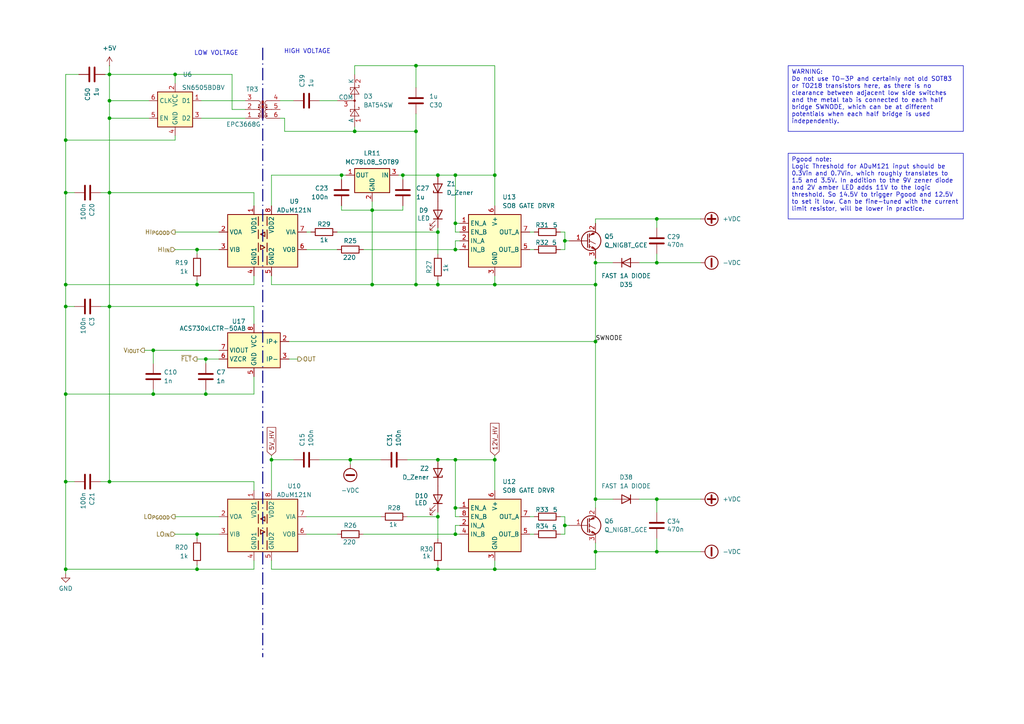
<source format=kicad_sch>
(kicad_sch (version 20231120) (generator "eeschema") (generator_version "8.0")
  (paper "A4")
  (lib_symbols
    (symbol "Device:C" (pin_numbers hide) (pin_names (offset 0.254))
      (property "Reference" "C" (at 0.635 2.54 0))
      (property "Value" "C" (at 0.635 -2.54 0))
      (symbol "C_0_1"
        (polyline (pts (xy -2.032 -0.762) (xy 2.032 -0.762)) (stroke (width 0.508)))
        (polyline (pts (xy -2.032 0.762) (xy 2.032 0.762)) (stroke (width 0.508)))
      )
      (symbol "C_1_1"
        (pin passive line (at 0 3.81 270) (length 2.794) (name "~") (number "1"))
        (pin passive line (at 0 -3.81 90) (length 2.794) (name "~") (number "2"))
      )
    )
    (symbol "Device:D_Zener" (pin_numbers hide) (pin_names (offset 1.016) hide)
      (property "Reference" "D" (at 0 2.54 0))
      (property "Value" "D_Zener" (at 0 -2.54 0))
      (symbol "D_Zener_0_1"
        (polyline (pts (xy 1.27 0) (xy -1.27 0)))
        (polyline (pts (xy -1.27 -1.27) (xy -1.27 1.27) (xy -0.762 1.27)) (stroke (width 0.254)))
        (polyline (pts (xy 1.27 -1.27) (xy 1.27 1.27) (xy -1.27 0) (xy 1.27 -1.27)) (stroke (width 0.254)))
      )
      (symbol "D_Zener_1_1"
        (pin passive line (at -3.81 0 0) (length 2.54) (name "K") (number "1"))
        (pin passive line (at 3.81 0 180) (length 2.54) (name "A") (number "2"))
      )
    )
    (symbol "Device:LED" (pin_numbers hide) (pin_names (offset 1.016) hide)
      (property "Reference" "D" (at 0 2.54 0))
      (property "Value" "LED" (at 0 -2.54 0))
      (symbol "LED_0_1"
        (polyline (pts (xy -1.27 -1.27) (xy -1.27 1.27)) (stroke (width 0.254)))
        (polyline (pts (xy -1.27 0) (xy 1.27 0)))
        (polyline (pts (xy 1.27 -1.27) (xy 1.27 1.27) (xy -1.27 0) (xy 1.27 -1.27)) (stroke (width 0.254)))
        (polyline (pts (xy -3.048 -0.762) (xy -4.572 -2.286) (xy -3.81 -2.286) (xy -4.572 -2.286) (xy -4.572 -1.524)))
        (polyline (pts (xy -1.778 -0.762) (xy -3.302 -2.286) (xy -2.54 -2.286) (xy -3.302 -2.286) (xy -3.302 -1.524)))
      )
      (symbol "LED_1_1"
        (pin passive line (at -3.81 0 0) (length 2.54) (name "K") (number "1"))
        (pin passive line (at 3.81 0 180) (length 2.54) (name "A") (number "2"))
      )
    )
    (symbol "Device:Q_NIGBT_GCE" (pin_names (offset 0) hide)
      (property "Reference" "Q" (at 5.08 1.27 0))
      (property "Value" "Q_NIGBT_GCE" (at 5.08 -1.27 0))
      (symbol "Q_NIGBT_GCE_0_1"
        (polyline (pts (xy 0.762 -1.016) (xy 0.762 -2.032)) (stroke (width 0.254)))
        (polyline (pts (xy 0.762 0.508) (xy 0.762 -0.508)) (stroke (width 0.254)))
        (polyline (pts (xy 0.762 2.032) (xy 0.762 1.016)) (stroke (width 0.254)))
        (polyline (pts (xy 2.54 -2.413) (xy 0.762 -1.524)))
        (polyline (pts (xy 2.54 -0.889) (xy 0.762 0)))
        (polyline (pts (xy 2.54 2.413) (xy 0.762 1.524)))
        (polyline (pts (xy 0.254 1.905) (xy 0.254 -1.905) (xy 0.254 -1.905)) (stroke (width 0.254)))
        (polyline (pts (xy 1.397 -2.159) (xy 1.651 -1.651) (xy 2.54 -2.413) (xy 1.397 -2.159)) (fill (type outline)))
        (polyline (pts (xy 2.159 1.905) (xy 1.905 2.413) (xy 1.016 1.651) (xy 2.159 1.905)) (fill (type outline)))
        (circle (center 1.27 0) (radius 2.8194) (stroke (width 0.254)))
      )
      (symbol "Q_NIGBT_GCE_1_1"
        (pin input line (at -5.08 0 0) (length 5.334) (name "G") (number "1"))
        (pin passive line (at 2.54 5.08 270) (length 2.54) (name "C") (number "2"))
        (pin passive line (at 2.54 -5.08 90) (length 2.54) (name "E") (number "3"))
      )
    )
    (symbol "Device:R" (pin_numbers hide) (pin_names (offset 0))
      (property "Reference" "R" (at 2.032 0 90))
      (property "Value" "R" (at 0 0 90))
      (symbol "R_0_1"
        (rectangle (start -1.016 -2.54) (end 1.016 2.54) (stroke (width 0.254)))
      )
      (symbol "R_1_1"
        (pin passive line (at 0 3.81 270) (length 1.27) (name "~") (number "1"))
        (pin passive line (at 0 -3.81 90) (length 1.27) (name "~") (number "2"))
      )
    )
    (symbol "Diode:1N4148WT" (pin_numbers hide) (pin_names hide)
      (property "Reference" "D" (at 0 2.54 0))
      (property "Value" "1N4148WT" (at 0 -2.54 0))
      (symbol "1N4148WT_0_1"
        (polyline (pts (xy -1.27 1.27) (xy -1.27 -1.27)) (stroke (width 0.254)))
        (polyline (pts (xy 1.27 0) (xy -1.27 0)))
        (polyline (pts (xy 1.27 1.27) (xy 1.27 -1.27) (xy -1.27 0) (xy 1.27 1.27)) (stroke (width 0.254)))
      )
      (symbol "1N4148WT_1_1"
        (pin passive line (at -3.81 0 0) (length 2.54) (name "K") (number "1"))
        (pin passive line (at 3.81 0 180) (length 2.54) (name "A") (number "2"))
      )
    )
    (symbol "Diode:BAT54SW" (pin_names (offset 0))
      (property "Reference" "D" (at 0.635 -3.81 0))
      (property "Value" "BAT54SW" (at -6.35 3.175 0))
      (symbol "BAT54SW_0_1"
        (polyline (pts (xy -3.81 0) (xy -1.27 0)))
        (polyline (pts (xy -3.175 -1.27) (xy -3.175 -1.016)))
        (polyline (pts (xy -2.54 -1.27) (xy -3.175 -1.27)))
        (polyline (pts (xy -2.54 -1.27) (xy -2.54 1.27)))
        (polyline (pts (xy -2.54 1.27) (xy -1.905 1.27)))
        (polyline (pts (xy -1.905 0) (xy 1.905 0)))
        (polyline (pts (xy -1.905 1.27) (xy -1.905 1.016)))
        (polyline (pts (xy 1.27 0) (xy 3.81 0)))
        (polyline (pts (xy 3.175 -1.27) (xy 3.175 -1.016)))
        (polyline (pts (xy 3.81 -1.27) (xy 3.175 -1.27)))
        (polyline (pts (xy 3.81 -1.27) (xy 3.81 1.27)))
        (polyline (pts (xy 3.81 1.27) (xy 4.445 1.27)))
        (polyline (pts (xy 4.445 1.27) (xy 4.445 1.016)))
        (polyline (pts (xy -4.445 1.27) (xy -4.445 -1.27) (xy -2.54 0) (xy -4.445 1.27)))
        (polyline (pts (xy 1.905 1.27) (xy 1.905 -1.27) (xy 3.81 0) (xy 1.905 1.27)))
        (circle (center 0 0) (radius 0.254) (fill (type outline)))
      )
      (symbol "BAT54SW_1_1"
        (pin passive line (at -7.62 0 0) (length 3.81) (name "A") (number "1"))
        (pin passive line (at 7.62 0 180) (length 3.81) (name "K") (number "2"))
        (pin passive line (at 0 -5.08 90) (length 5.08) (name "COM") (number "3"))
      )
    )
    (symbol "EL7202CN_1"
      (property "Reference" "U22" (at 2.1941 12.7 0))
      (property "Value" "EL7202CN" (at 2.1941 10.16 0))
      (symbol "EL7202CN_1_0_1"
        (rectangle (start -7.62 7.62) (end 7.62 -7.62) (stroke (width 0.254)) (fill (type background)))
      )
      (symbol "EL7202CN_1_1_1"
        (pin unspecified line (at -10.16 5.08 0) (length 2.54) (name "EN_A") (number "1"))
        (pin input line (at -10.16 0 0) (length 2.54) (name "IN_A") (number "2"))
        (pin power_in line (at 0 -10.16 90) (length 2.54) (name "GND") (number "3"))
        (pin input line (at -10.16 -2.54 0) (length 2.54) (name "IN_B") (number "4"))
        (pin output line (at 10.16 -2.54 180) (length 2.54) (name "OUT_B") (number "5"))
        (pin power_in line (at 0 10.16 270) (length 2.54) (name "V+") (number "6"))
        (pin output line (at 10.16 2.54 180) (length 2.54) (name "OUT_A") (number "7"))
        (pin unspecified line (at -10.16 2.54 0) (length 2.54) (name "EN_B") (number "8"))
      )
    )
    (symbol "Isolator:ADuM121N"
      (property "Reference" "U" (at -10.16 8.89 0))
      (property "Value" "ADuM121N" (at 3.81 8.89 0))
      (symbol "ADuM121N_0_1"
        (rectangle (start -10.16 7.62) (end 10.16 -7.62) (stroke (width 0.254)) (fill (type background)))
        (polyline (pts (xy -1.27 -4.445) (xy -1.27 -6.985)) (stroke (width 0.254)))
        (polyline (pts (xy -1.27 -0.635) (xy -1.27 -3.175)) (stroke (width 0.254)))
        (polyline (pts (xy -1.27 3.175) (xy -1.27 0.635)) (stroke (width 0.254)))
        (polyline (pts (xy -1.27 6.985) (xy -1.27 4.445)) (stroke (width 0.254)))
        (polyline (pts (xy 1.27 -4.445) (xy 1.27 -6.985)) (stroke (width 0.254)))
        (polyline (pts (xy 1.27 -0.635) (xy 1.27 -3.175)) (stroke (width 0.254)))
        (polyline (pts (xy 1.27 3.175) (xy 1.27 0.635)) (stroke (width 0.254)))
        (polyline (pts (xy 1.27 6.985) (xy 1.27 4.445)) (stroke (width 0.254)))
        (polyline (pts (xy -0.635 -1.27) (xy -0.635 -2.54) (xy 0.635 -1.905) (xy -0.635 -1.27)) (stroke (width 0.254)))
        (polyline (pts (xy 0.635 1.27) (xy -0.635 1.905) (xy 0.635 2.54) (xy 0.635 1.27)) (stroke (width 0.254)))
      )
      (symbol "ADuM121N_1_1"
        (pin power_in line (at -2.54 10.16 270) (length 2.54) (name "VDD1") (number "1"))
        (pin output line (at -12.7 2.54 0) (length 2.54) (name "VOA") (number "2"))
        (pin input line (at -12.7 -2.54 0) (length 2.54) (name "VIB") (number "3"))
        (pin power_in line (at -2.54 -10.16 90) (length 2.54) (name "GND1") (number "4"))
        (pin power_in line (at 2.54 -10.16 90) (length 2.54) (name "GND2") (number "5"))
        (pin output line (at 12.7 -2.54 180) (length 2.54) (name "VOB") (number "6"))
        (pin input line (at 12.7 2.54 180) (length 2.54) (name "VIA") (number "7"))
        (pin power_in line (at 2.54 10.16 270) (length 2.54) (name "VDD2") (number "8"))
      )
    )
    (symbol "Power_Management:SN6505BDBV"
      (property "Reference" "U" (at -5.08 6.35 0))
      (property "Value" "SN6505BDBV" (at 7.62 6.35 0))
      (symbol "SN6505BDBV_0_1"
        (rectangle (start -5.08 5.08) (end 5.08 -5.08) (stroke (width 0.254)) (fill (type background)))
      )
      (symbol "SN6505BDBV_1_1"
        (pin open_collector line (at 7.62 2.54 180) (length 2.54) (name "D1") (number "1"))
        (pin power_in line (at 0 7.62 270) (length 2.54) (name "VCC") (number "2"))
        (pin open_collector line (at 7.62 -2.54 180) (length 2.54) (name "D2") (number "3"))
        (pin power_in line (at 0 -7.62 90) (length 2.54) (name "GND") (number "4"))
        (pin input line (at -7.62 -2.54 0) (length 2.54) (name "EN") (number "5"))
        (pin input line (at -7.62 2.54 0) (length 2.54) (name "CLK") (number "6"))
      )
    )
    (symbol "Regulator_Linear:MC78L08_SOT89" (pin_names (offset 0.254))
      (property "Reference" "U" (at -3.81 3.175 0))
      (property "Value" "MC78L08_SOT89" (at -0.635 3.175 0))
      (symbol "MC78L08_SOT89_0_1"
        (rectangle (start -5.08 1.905) (end 5.08 -5.08) (stroke (width 0.254)) (fill (type background)))
      )
      (symbol "MC78L08_SOT89_1_1"
        (pin power_out line (at 7.62 0 180) (length 2.54) (name "OUT") (number "1"))
        (pin power_in line (at 0 -7.62 90) (length 2.54) (name "GND") (number "2"))
        (pin power_in line (at -7.62 0 0) (length 2.54) (name "IN") (number "3"))
      )
    )
    (symbol "Sensor_Current:ACS730xLCTR-50AB"
      (property "Reference" "U" (at -7.62 6.35 0))
      (property "Value" "ACS730xLCTR-50AB" (at 1.27 6.35 0))
      (symbol "ACS730xLCTR-50AB_0_1"
        (rectangle (start -7.62 5.08) (end 7.62 -5.08) (stroke (width 0.254)) (fill (type background)))
      )
      (symbol "ACS730xLCTR-50AB_1_1"
        (pin passive line (at -10.16 2.54 0) (length 2.54) hide (name "IP+") (number "1"))
        (pin passive line (at -10.16 2.54 0) (length 2.54) (name "IP+") (number "2"))
        (pin passive line (at -10.16 -2.54 0) (length 2.54) (name "IP-") (number "3"))
        (pin passive line (at -10.16 -2.54 0) (length 2.54) hide (name "IP-") (number "4"))
        (pin power_in line (at 0 -7.62 90) (length 2.54) (name "GND") (number "5"))
        (pin passive line (at 10.16 -2.54 180) (length 2.54) (name "VZCR") (number "6"))
        (pin output line (at 10.16 0 180) (length 2.54) (name "VIOUT") (number "7"))
        (pin power_in line (at 0 7.62 270) (length 2.54) (name "VCC") (number "8"))
      )
    )
    (symbol "Transformer:Wuerth_750315371"
      (property "Reference" "TR" (at 0 5.08 0))
      (property "Value" "Wuerth_750315371" (at 0 -5.08 0))
      (symbol "Wuerth_750315371_0_1"
        (arc (start -1.27 -2.54) (mid -0.6377 -1.905) (end -1.27 -1.27))
        (arc (start -1.27 -1.27) (mid -0.6377 -0.635) (end -1.27 0))
        (rectangle (start -0.254 2.54) (end 0.254 -2.54) (stroke (width 0.0254)) (fill (type outline)))
        (polyline (pts (xy -2.54 -2.54) (xy -1.27 -2.54)))
        (polyline (pts (xy -2.54 0) (xy -1.27 0)))
        (polyline (pts (xy -2.54 2.54) (xy -1.27 2.54)))
        (polyline (pts (xy 1.27 -2.54) (xy 2.54 -2.54)))
        (polyline (pts (xy 1.27 0) (xy 2.54 0)))
        (polyline (pts (xy 1.27 2.54) (xy 2.54 2.54)))
      )
      (symbol "Wuerth_750315371_1_1"
        (arc (start -1.27 0) (mid -0.6377 0.635) (end -1.27 1.27))
        (arc (start -1.27 1.27) (mid -0.6377 1.905) (end -1.27 2.54))
        (circle (center -1.143 -0.635) (radius 0.127) (stroke (width 0.254)))
        (circle (center -1.143 1.905) (radius 0.127) (stroke (width 0.254)))
        (circle (center 1.143 -0.635) (radius 0.127) (stroke (width 0.254)))
        (circle (center 1.143 1.905) (radius 0.127) (stroke (width 0.254)))
        (arc (start 1.27 -1.27) (mid 0.6377 -1.905) (end 1.27 -2.54))
        (arc (start 1.27 0) (mid 0.6377 -0.635) (end 1.27 -1.27))
        (arc (start 1.27 1.27) (mid 0.6377 0.635) (end 1.27 0))
        (arc (start 1.27 2.54) (mid 0.6377 1.905) (end 1.27 1.27))
        (pin passive line (at -5.08 2.54 0) (length 2.54) (name "~") (number "1"))
        (pin passive line (at -5.08 0 0) (length 2.54) (name "~") (number "2"))
        (pin passive line (at -5.08 -2.54 0) (length 2.54) (name "~") (number "3"))
        (pin passive line (at 5.08 -2.54 180) (length 2.54) (name "~") (number "4"))
        (pin passive line (at 5.08 0 180) (length 2.54) (name "~") (number "5"))
        (pin passive line (at 5.08 2.54 180) (length 2.54) (name "~") (number "6"))
      )
    )
    (symbol "power:+5V" (power) (pin_numbers hide) (pin_names (offset 0) hide)
      (property "Value" "+5V" (at 0 3.556 0))
      (symbol "+5V_0_1"
        (polyline (pts (xy -0.762 1.27) (xy 0 2.54)))
        (polyline (pts (xy 0 0) (xy 0 2.54)))
        (polyline (pts (xy 0 2.54) (xy 0.762 1.27)))
      )
      (symbol "+5V_1_1"
        (pin power_in line (at 0 0 90) (length 0) (name "~") (number "1"))
      )
    )
    (symbol "power:+VDC" (power) (pin_numbers hide) (pin_names (offset 0) hide)
      (property "Value" "+VDC" (at 0 6.35 0))
      (symbol "+VDC_0_1"
        (polyline (pts (xy -1.143 3.175) (xy 1.143 3.175)) (stroke (width 0.508)))
        (polyline (pts (xy 0 0) (xy 0 1.27)))
        (polyline (pts (xy 0 2.032) (xy 0 4.318)) (stroke (width 0.508)))
        (circle (center 0 3.175) (radius 1.905) (stroke (width 0.254)))
      )
      (symbol "+VDC_1_1"
        (pin power_in line (at 0 0 90) (length 0) (name "~") (number "1"))
      )
    )
    (symbol "power:-VDC" (power) (pin_numbers hide) (pin_names (offset 0) hide)
      (property "Value" "-VDC" (at 0 6.35 0))
      (symbol "-VDC_0_1"
        (polyline (pts (xy -1.143 3.175) (xy 1.143 3.175)) (stroke (width 0.508)))
        (polyline (pts (xy 0 0) (xy 0 1.27)))
        (circle (center 0 3.175) (radius 1.905) (stroke (width 0.254)))
      )
      (symbol "-VDC_1_1"
        (pin power_in line (at 0 0 90) (length 0) (name "~") (number "1"))
      )
    )
    (symbol "power:GND" (power) (pin_numbers hide) (pin_names (offset 0) hide)
      (property "Value" "GND" (at 0 -3.81 0))
      (symbol "GND_0_1"
        (polyline (pts (xy 0 0) (xy 0 -1.27) (xy 1.27 -1.27) (xy 0 -2.54) (xy -1.27 -1.27) (xy 0 -1.27)))
      )
      (symbol "GND_1_1"
        (pin power_in line (at 0 0 270) (length 0) (name "~") (number "1"))
      )
    )
  )
  (junction (at 143.51 82.55))
  (junction (at 132.08 154.94))
  (junction (at 19.05 165.1))
  (junction (at 127 50.8))
  (junction (at 31.75 139.7))
  (junction (at 127 67.31))
  (junction (at 50.8 21.59))
  (junction (at 31.75 55.88))
  (junction (at 132.08 72.39))
  (junction (at 132.08 64.77))
  (junction (at 172.72 160.02))
  (junction (at 31.75 29.21))
  (junction (at 19.05 88.9))
  (junction (at 57.15 82.55))
  (junction (at 163.83 152.4))
  (junction (at 19.05 139.7))
  (junction (at 31.75 21.59))
  (junction (at 107.95 82.55))
  (junction (at 132.08 50.8))
  (junction (at 19.05 82.55))
  (junction (at 101.6 133.35))
  (junction (at 44.45 114.3))
  (junction (at 31.75 88.9))
  (junction (at 19.05 114.3))
  (junction (at 172.72 82.55))
  (junction (at 127 165.1))
  (junction (at 127 133.35))
  (junction (at 116.84 50.8))
  (junction (at 107.95 60.96))
  (junction (at 57.15 165.1))
  (junction (at 172.72 144.78))
  (junction (at 163.83 69.85))
  (junction (at 57.15 72.39))
  (junction (at 78.74 133.35))
  (junction (at 190.5 144.78))
  (junction (at 44.45 101.6))
  (junction (at 172.72 76.2))
  (junction (at 127 82.55))
  (junction (at 31.75 34.29))
  (junction (at 190.5 76.2))
  (junction (at 120.65 82.55))
  (junction (at 132.08 133.35))
  (junction (at 172.72 99.06))
  (junction (at 57.15 154.94))
  (junction (at 127 149.86))
  (junction (at 59.69 104.14))
  (junction (at 190.5 63.5))
  (junction (at 120.65 19.05))
  (junction (at 143.51 50.8))
  (junction (at 120.65 38.1))
  (junction (at 99.06 50.8))
  (junction (at 102.87 38.1))
  (junction (at 143.51 133.35))
  (junction (at 190.5 160.02))
  (junction (at 143.51 165.1))
  (junction (at 19.05 40.64))
  (junction (at 19.05 55.88))
  (junction (at 59.69 114.3))
  (junction (at 132.08 147.32))
  (wire (pts (xy 132.08 64.77) (xy 133.35 64.77)))
  (wire (pts (xy 102.87 38.1) (xy 82.55 38.1)))
  (wire (pts (xy 31.75 29.21) (xy 31.75 34.29)))
  (wire (pts (xy 86.36 104.14) (xy 83.82 104.14)))
  (wire (pts (xy 59.69 104.14) (xy 63.5 104.14)))
  (wire (pts (xy 102.87 19.05) (xy 120.65 19.05)))
  (wire (pts (xy 153.67 149.86) (xy 154.94 149.86)))
  (wire (pts (xy 57.15 104.14) (xy 59.69 104.14)))
  (wire (pts (xy 78.74 133.35) (xy 78.74 142.24)))
  (wire (pts (xy 88.9 154.94) (xy 97.79 154.94)))
  (wire (pts (xy 172.72 160.02) (xy 172.72 165.1)))
  (wire (pts (xy 83.82 99.06) (xy 172.72 99.06)))
  (wire (pts (xy 172.72 157.48) (xy 172.72 160.02)))
  (wire (pts (xy 190.5 63.5) (xy 203.2 63.5)))
  (wire (pts (xy 73.66 88.9) (xy 73.66 93.98)))
  (wire (pts (xy 19.05 139.7) (xy 19.05 165.1)))
  (wire (pts (xy 190.5 144.78) (xy 203.2 144.78)))
  (wire (pts (xy 190.5 66.04) (xy 190.5 63.5)))
  (wire (pts (xy 143.51 132.08) (xy 143.51 133.35)))
  (wire (pts (xy 21.59 139.7) (xy 19.05 139.7)))
  (wire (pts (xy 41.91 101.6) (xy 44.45 101.6)))
  (wire (pts (xy 132.08 147.32) (xy 132.08 149.86)))
  (wire (pts (xy 88.9 72.39) (xy 97.79 72.39)))
  (wire (pts (xy 57.15 72.39) (xy 63.5 72.39)))
  (wire (pts (xy 162.56 154.94) (xy 163.83 154.94)))
  (wire (pts (xy 102.87 36.83) (xy 102.87 38.1)))
  (wire (pts (xy 78.74 165.1) (xy 127 165.1)))
  (wire (pts (xy 19.05 55.88) (xy 19.05 40.64)))
  (wire (pts (xy 143.51 133.35) (xy 143.51 142.24)))
  (wire (pts (xy 31.75 34.29) (xy 31.75 55.88)))
  (wire (pts (xy 190.5 76.2) (xy 203.2 76.2)))
  (wire (pts (xy 19.05 88.9) (xy 21.59 88.9)))
  (wire (pts (xy 57.15 81.28) (xy 57.15 82.55)))
  (wire (pts (xy 101.6 134.62) (xy 101.6 133.35)))
  (wire (pts (xy 127 148.59) (xy 127 149.86)))
  (wire (pts (xy 92.71 133.35) (xy 101.6 133.35)))
  (wire (pts (xy 19.05 88.9) (xy 19.05 114.3)))
  (wire (pts (xy 153.67 72.39) (xy 154.94 72.39)))
  (wire (pts (xy 162.56 72.39) (xy 163.83 72.39)))
  (wire (pts (xy 19.05 21.59) (xy 22.86 21.59)))
  (wire (pts (xy 143.51 80.01) (xy 143.51 82.55)))
  (wire (pts (xy 67.31 21.59) (xy 50.8 21.59)))
  (wire (pts (xy 31.75 55.88) (xy 31.75 88.9)))
  (wire (pts (xy 31.75 34.29) (xy 43.18 34.29)))
  (wire (pts (xy 163.83 152.4) (xy 163.83 149.86)))
  (wire (pts (xy 19.05 40.64) (xy 19.05 21.59)))
  (wire (pts (xy 78.74 132.08) (xy 78.74 133.35)))
  (wire (pts (xy 19.05 166.37) (xy 19.05 165.1)))
  (wire (pts (xy 105.41 154.94) (xy 132.08 154.94)))
  (wire (pts (xy 82.55 34.29) (xy 82.55 38.1)))
  (wire (pts (xy 120.65 19.05) (xy 120.65 25.4)))
  (wire (pts (xy 162.56 67.31) (xy 163.83 67.31)))
  (wire (pts (xy 31.75 21.59) (xy 31.75 29.21)))
  (wire (pts (xy 82.55 34.29) (xy 81.28 34.29)))
  (wire (pts (xy 19.05 82.55) (xy 57.15 82.55)))
  (wire (pts (xy 132.08 50.8) (xy 132.08 64.77)))
  (wire (pts (xy 185.42 144.78) (xy 190.5 144.78)))
  (wire (pts (xy 190.5 73.66) (xy 190.5 76.2)))
  (wire (pts (xy 50.8 39.37) (xy 50.8 40.64)))
  (wire (pts (xy 120.65 82.55) (xy 127 82.55)))
  (wire (pts (xy 19.05 82.55) (xy 19.05 88.9)))
  (wire (pts (xy 78.74 50.8) (xy 78.74 59.69)))
  (wire (pts (xy 162.56 149.86) (xy 163.83 149.86)))
  (wire (pts (xy 185.42 76.2) (xy 190.5 76.2)))
  (wire (pts (xy 50.8 21.59) (xy 50.8 24.13)))
  (wire (pts (xy 172.72 99.06) (xy 172.72 144.78)))
  (wire (pts (xy 88.9 149.86) (xy 110.49 149.86)))
  (wire (pts (xy 127 81.28) (xy 127 82.55)))
  (wire (pts (xy 172.72 76.2) (xy 172.72 82.55)))
  (bus (pts (xy 76.2 13.97) (xy 76.2 190.5)) (stroke (width 0) (type dash_dot)))
  (wire (pts (xy 172.72 63.5) (xy 172.72 64.77)))
  (wire (pts (xy 57.15 165.1) (xy 73.66 165.1)))
  (wire (pts (xy 78.74 50.8) (xy 99.06 50.8)))
  (wire (pts (xy 153.67 67.31) (xy 154.94 67.31)))
  (wire (pts (xy 59.69 113.03) (xy 59.69 114.3)))
  (wire (pts (xy 57.15 154.94) (xy 57.15 156.21)))
  (wire (pts (xy 88.9 67.31) (xy 90.17 67.31)))
  (wire (pts (xy 190.5 156.21) (xy 190.5 160.02)))
  (wire (pts (xy 78.74 80.01) (xy 78.74 82.55)))
  (wire (pts (xy 127 165.1) (xy 143.51 165.1)))
  (wire (pts (xy 190.5 160.02) (xy 172.72 160.02)))
  (wire (pts (xy 31.75 19.05) (xy 31.75 21.59)))
  (wire (pts (xy 127 149.86) (xy 127 156.21)))
  (wire (pts (xy 44.45 114.3) (xy 19.05 114.3)))
  (wire (pts (xy 132.08 154.94) (xy 133.35 154.94)))
  (wire (pts (xy 132.08 67.31) (xy 132.08 64.77)))
  (wire (pts (xy 143.51 133.35) (xy 132.08 133.35)))
  (wire (pts (xy 58.42 29.21) (xy 71.12 29.21)))
  (wire (pts (xy 132.08 69.85) (xy 132.08 72.39)))
  (wire (pts (xy 57.15 163.83) (xy 57.15 165.1)))
  (wire (pts (xy 120.65 38.1) (xy 120.65 82.55)))
  (wire (pts (xy 118.11 149.86) (xy 127 149.86)))
  (wire (pts (xy 99.06 50.8) (xy 99.06 52.07)))
  (wire (pts (xy 132.08 133.35) (xy 127 133.35)))
  (wire (pts (xy 50.8 149.86) (xy 63.5 149.86)))
  (wire (pts (xy 31.75 88.9) (xy 31.75 139.7)))
  (wire (pts (xy 132.08 72.39) (xy 133.35 72.39)))
  (wire (pts (xy 99.06 60.96) (xy 107.95 60.96)))
  (wire (pts (xy 73.66 55.88) (xy 73.66 59.69)))
  (wire (pts (xy 78.74 162.56) (xy 78.74 165.1)))
  (wire (pts (xy 163.83 69.85) (xy 165.1 69.85)))
  (wire (pts (xy 116.84 59.69) (xy 116.84 60.96)))
  (wire (pts (xy 73.66 109.22) (xy 73.66 114.3)))
  (wire (pts (xy 100.33 50.8) (xy 99.06 50.8)))
  (wire (pts (xy 81.28 29.21) (xy 85.09 29.21)))
  (wire (pts (xy 102.87 19.05) (xy 102.87 21.59)))
  (wire (pts (xy 73.66 165.1) (xy 73.66 162.56)))
  (wire (pts (xy 127 163.83) (xy 127 165.1)))
  (wire (pts (xy 67.31 31.75) (xy 71.12 31.75)))
  (wire (pts (xy 19.05 40.64) (xy 50.8 40.64)))
  (wire (pts (xy 50.8 72.39) (xy 57.15 72.39)))
  (wire (pts (xy 50.8 67.31) (xy 63.5 67.31)))
  (wire (pts (xy 19.05 55.88) (xy 21.59 55.88)))
  (wire (pts (xy 97.79 67.31) (xy 127 67.31)))
  (wire (pts (xy 163.83 154.94) (xy 163.83 152.4)))
  (wire (pts (xy 163.83 69.85) (xy 163.83 67.31)))
  (wire (pts (xy 107.95 60.96) (xy 107.95 82.55)))
  (wire (pts (xy 31.75 88.9) (xy 73.66 88.9)))
  (wire (pts (xy 29.21 88.9) (xy 31.75 88.9)))
  (wire (pts (xy 107.95 58.42) (xy 107.95 60.96)))
  (wire (pts (xy 172.72 74.93) (xy 172.72 76.2)))
  (wire (pts (xy 107.95 82.55) (xy 120.65 82.55)))
  (wire (pts (xy 127 67.31) (xy 127 73.66)))
  (wire (pts (xy 163.83 72.39) (xy 163.83 69.85)))
  (wire (pts (xy 92.71 29.21) (xy 97.79 29.21)))
  (wire (pts (xy 127 82.55) (xy 143.51 82.55)))
  (wire (pts (xy 143.51 165.1) (xy 172.72 165.1)))
  (wire (pts (xy 143.51 162.56) (xy 143.51 165.1)))
  (wire (pts (xy 143.51 50.8) (xy 143.51 59.69)))
  (wire (pts (xy 115.57 50.8) (xy 116.84 50.8)))
  (wire (pts (xy 31.75 55.88) (xy 73.66 55.88)))
  (wire (pts (xy 153.67 154.94) (xy 154.94 154.94)))
  (wire (pts (xy 120.65 33.02) (xy 120.65 38.1)))
  (wire (pts (xy 116.84 50.8) (xy 116.84 52.07)))
  (wire (pts (xy 132.08 147.32) (xy 133.35 147.32)))
  (wire (pts (xy 19.05 165.1) (xy 57.15 165.1)))
  (wire (pts (xy 132.08 152.4) (xy 133.35 152.4)))
  (wire (pts (xy 105.41 72.39) (xy 132.08 72.39)))
  (wire (pts (xy 172.72 144.78) (xy 172.72 147.32)))
  (wire (pts (xy 44.45 113.03) (xy 44.45 114.3)))
  (wire (pts (xy 73.66 82.55) (xy 73.66 80.01)))
  (wire (pts (xy 172.72 82.55) (xy 172.72 99.06)))
  (wire (pts (xy 133.35 149.86) (xy 132.08 149.86)))
  (wire (pts (xy 132.08 133.35) (xy 132.08 147.32)))
  (wire (pts (xy 57.15 154.94) (xy 63.5 154.94)))
  (wire (pts (xy 57.15 73.66) (xy 57.15 72.39)))
  (wire (pts (xy 44.45 114.3) (xy 59.69 114.3)))
  (wire (pts (xy 29.21 139.7) (xy 31.75 139.7)))
  (wire (pts (xy 73.66 139.7) (xy 73.66 142.24)))
  (wire (pts (xy 78.74 133.35) (xy 85.09 133.35)))
  (wire (pts (xy 172.72 144.78) (xy 177.8 144.78)))
  (wire (pts (xy 19.05 114.3) (xy 19.05 139.7)))
  (wire (pts (xy 102.87 38.1) (xy 120.65 38.1)))
  (wire (pts (xy 172.72 82.55) (xy 143.51 82.55)))
  (wire (pts (xy 143.51 19.05) (xy 143.51 50.8)))
  (wire (pts (xy 163.83 152.4) (xy 165.1 152.4)))
  (wire (pts (xy 78.74 82.55) (xy 107.95 82.55)))
  (wire (pts (xy 99.06 59.69) (xy 99.06 60.96)))
  (wire (pts (xy 73.66 114.3) (xy 59.69 114.3)))
  (wire (pts (xy 172.72 63.5) (xy 190.5 63.5)))
  (wire (pts (xy 133.35 69.85) (xy 132.08 69.85)))
  (wire (pts (xy 127 66.04) (xy 127 67.31)))
  (wire (pts (xy 190.5 160.02) (xy 203.2 160.02)))
  (wire (pts (xy 57.15 82.55) (xy 73.66 82.55)))
  (wire (pts (xy 101.6 133.35) (xy 110.49 133.35)))
  (wire (pts (xy 132.08 50.8) (xy 143.51 50.8)))
  (wire (pts (xy 107.95 60.96) (xy 116.84 60.96)))
  (wire (pts (xy 118.11 133.35) (xy 127 133.35)))
  (wire (pts (xy 44.45 101.6) (xy 44.45 105.41)))
  (wire (pts (xy 67.31 31.75) (xy 67.31 21.59)))
  (wire (pts (xy 31.75 139.7) (xy 73.66 139.7)))
  (wire (pts (xy 116.84 50.8) (xy 127 50.8)))
  (wire (pts (xy 44.45 101.6) (xy 63.5 101.6)))
  (wire (pts (xy 31.75 29.21) (xy 43.18 29.21)))
  (wire (pts (xy 172.72 76.2) (xy 177.8 76.2)))
  (wire (pts (xy 50.8 154.94) (xy 57.15 154.94)))
  (wire (pts (xy 19.05 55.88) (xy 19.05 82.55)))
  (wire (pts (xy 127 50.8) (xy 132.08 50.8)))
  (wire (pts (xy 50.8 21.59) (xy 31.75 21.59)))
  (wire (pts (xy 133.35 67.31) (xy 132.08 67.31)))
  (wire (pts (xy 59.69 104.14) (xy 59.69 105.41)))
  (wire (pts (xy 30.48 21.59) (xy 31.75 21.59)))
  (wire (pts (xy 29.21 55.88) (xy 31.75 55.88)))
  (wire (pts (xy 58.42 34.29) (xy 71.12 34.29)))
  (wire (pts (xy 190.5 144.78) (xy 190.5 148.59)))
  (wire (pts (xy 120.65 19.05) (xy 143.51 19.05)))
  (wire (pts (xy 132.08 152.4) (xy 132.08 154.94)))
  (text_box "WARNING:\nDo not use TO-3P and certainly not old SOT83 or TO218 transistors here, as there is no clearance between adjacent low side switches and the metal tab is connected to each half bridge SWNODE, which can be at different potentials when each half bridge is used independently.\n" (at 228.6 19.05 0) (size 50.8 19.05) (effects (font (size 1.27 1.27)) (justify left top)))
  (text_box "Pgood note:\nLogic Threshold for ADuM121 input should be 0.3Vin and 0.7Vin, which roughly translates to 1.5 and 3.5V. In addition to the 9V zener diode and 2V amber LED adds 11V to the logic threshold. So 14.5V to trigger Pgood and 12.5V to set it low. Can be fine-tuned with the current limit resistor, will be lower in practice." (at 228.6 44.45 0) (size 50.8 19.05) (effects (font (size 1.27 1.27)) (justify left top)))
  (text "HIGH VOLTAGE\n" (at 89.154 14.986 0) (effects (font (size 1.27 1.27))))
  (text "LOW VOLTAGE" (at 62.738 15.494 0) (effects (font (size 1.27 1.27))))
  (label "SWNODE" (at 172.72 99.06 0))
  (global_label "12V_HV" (shape input) (at 143.51 132.08 90) (property "Intersheetrefs" "${INTERSHEET_REFS}" (effects (hide yes))))
  (global_label "5V_HV" (shape input) (at 78.74 132.08 90) (property "Intersheetrefs" "${INTERSHEET_REFS}" (effects (hide yes))))
  (hierarchical_label "~{FLT}" (shape output) (at 57.15 104.14 180))
  (hierarchical_label "LO_{PGOOD}" (shape output) (at 50.8 149.86 180))
  (hierarchical_label "LO_{IN}" (shape input) (at 50.8 154.94 180))
  (hierarchical_label "HI_{IN}" (shape input) (at 50.8 72.39 180))
  (hierarchical_label "HI_{PGOOD}" (shape output) (at 50.8 67.31 180))
  (hierarchical_label "OUT" (shape output) (at 86.36 104.14 0))
  (hierarchical_label "V_{IOUT}" (shape output) (at 41.91 101.6 180))
  (symbol (lib_id "Device:C") (at 59.69 109.22 0) (unit 1)
    (property "Reference" "C7" (at 62.738 107.95 0) (effects (justify left)))
    (property "Value" "1n" (at 62.738 110.49 0) (effects (justify left)))
    (property "Footprint" "Capacitor_SMD:C_0603_1608Metric" (effects (hide yes)))
    (property "Description" "Unpolarized capacitor" (effects (hide yes)))
    (instances (project "universal-half-bridge" (path "" (reference "C7") (unit 1)) (path "" (reference "C46") (unit 1)) (path "" (reference "C11") (unit 1))))
  )
  (symbol (lib_id "Device:Q_NIGBT_GCE") (at 170.18 152.4 0) (unit 1)
    (property "Reference" "Q6" (at 175.26 151.1299 0) (effects (justify left)))
    (property "Value" "Q_NIGBT_GCE" (at 175.26 153.6699 0) (effects (justify left)))
    (property "Footprint" "three_half_bridges:TO-247-3-Nogloryhole_Horizontal_TabUp" (effects (hide yes)))
    (property "Description" "N-IGBT transistor, gate/collector/emitter" (effects (hide yes)))
    (instances (project "universal-half-bridge" (path "" (reference "Q6") (unit 1)) (path "" (reference "Q8") (unit 1)) (path "" (reference "Q4") (unit 1))))
  )
  (symbol (lib_id "Device:R") (at 158.75 67.31 270) (unit 1)
    (property "Reference" "R31" (at 157.226 65.278 90))
    (property "Value" "5" (at 161.036 65.278 90))
    (property "Footprint" "Resistor_SMD:R_1206_3216Metric" (effects (hide yes)))
    (instances (project "universal-half-bridge" (path "" (reference "R31") (unit 1)) (path "" (reference "R47") (unit 1)) (path "" (reference "R15") (unit 1))))
  )
  (symbol (lib_id "Device:R") (at 114.3 149.86 270) (unit 1)
    (property "Reference" "R28" (at 114.3 147.32 90))
    (property "Value" "1k" (at 114.046 152.146 90))
    (property "Footprint" "Resistor_SMD:R_0603_1608Metric" (effects (hide yes)))
    (instances (project "universal-half-bridge" (path "" (reference "R28") (unit 1)) (path "" (reference "R44") (unit 1)) (path "" (reference "R12") (unit 1))))
  )
  (symbol (lib_id "Device:R") (at 101.6 154.94 270) (unit 1)
    (property "Reference" "R26" (at 101.6 152.4 90))
    (property "Value" "220" (at 101.346 157.226 90))
    (property "Footprint" "Resistor_SMD:R_0603_1608Metric" (effects (hide yes)))
    (instances (project "universal-half-bridge" (path "" (reference "R26") (unit 1)) (path "" (reference "R42") (unit 1)) (path "" (reference "R10") (unit 1))))
  )
  (symbol (lib_id "Sensor_Current:ACS730xLCTR-50AB") (at 73.66 101.6 0) (mirror y) (unit 1)
    (property "Reference" "U17" (at 71.2119 93.218 0) (effects (justify left)))
    (property "Value" "ACS730xLCTR-50AB" (at 71.374 95.25 0) (effects (justify left)))
    (property "Footprint" "Package_SO:SOIC-8_3.9x4.9mm_P1.27mm" (effects (hide yes)))
    (property "Datasheet" "http://www.allegromicro.com/~/media/Files/Datasheets/ACS730-Datasheet.ashx?la=en" (effects (hide yes)))
    (property "Description" "±50A Bidirectional Hall-Effect Current Sensor, +5.0V supply, 40mV/A, SOIC-8" (effects (hide yes)))
    (instances (project "" (path "" (reference "U17") (unit 1)) (path "" (reference "U1") (unit 1)) (path "" (reference "U2") (unit 1))))
  )
  (symbol (lib_id "Diode:BAT54SW") (at 102.87 29.21 270) (mirror x) (unit 1)
    (property "Reference" "D3" (at 105.41 27.9399 90) (effects (justify left)))
    (property "Value" "BAT54SW" (at 105.41 30.4799 90) (effects (justify left)))
    (property "Footprint" "Package_TO_SOT_SMD:SOT-323_SC-70" (effects (hide yes)))
    (property "Datasheet" "https://assets.nexperia.com/documents/data-sheet/BAT54W_SER.pdf" (effects (hide yes)))
    (property "Description" "Vr 30V, If 200mA, Dual schottky barrier diode, in series, SOT-323" (effects (hide yes)))
    (instances (project "" (path "" (reference "D3") (unit 1)) (path "" (reference "D4") (unit 1)) (path "" (reference "D2") (unit 1))))
  )
  (symbol (lib_id "Device:C") (at 99.06 55.88 0) (mirror y) (unit 1)
    (property "Reference" "C23" (at 95.25 54.6099 0) (effects (justify left)))
    (property "Value" "100n" (at 95.25 57.1499 0) (effects (justify left)))
    (property "Footprint" "Capacitor_SMD:C_0603_1608Metric" (effects (hide yes)))
    (property "Description" "Unpolarized capacitor" (effects (hide yes)))
    (instances (project "universal-half-bridge" (path "" (reference "C23") (unit 1)) (path "" (reference "C47") (unit 1)) (path "" (reference "C12") (unit 1))))
  )
  (symbol (lib_id "power:+VDC") (at 203.2 63.5 270) (unit 1)
    (property "Reference" "#PWR037" (effects (hide yes)))
    (property "Value" "+VDC" (at 209.55 63.4999 90) (effects (justify left)))
    (property "Description" "Power symbol creates a global label with name \"+VDC\"" (effects (hide yes)))
    (instances (project "universal-half-bridge" (path "" (reference "#PWR037") (unit 1)) (path "" (reference "#PWR041") (unit 1)) (path "" (reference "#PWR05") (unit 1))))
  )
  (symbol (lib_id "Device:C") (at 190.5 69.85 180) (unit 1)
    (property "Reference" "C29" (at 193.421 68.6816 0) (effects (justify right)))
    (property "Value" "470n" (at 193.421 70.993 0) (effects (justify right)))
    (property "Footprint" "Capacitor_SMD:C_1812_4532Metric" (effects (hide yes)))
    (instances (project "universal-half-bridge" (path "" (reference "C29") (unit 1)) (path "" (reference "C33") (unit 1)) (path "" (reference "C25") (unit 1))))
  )
  (symbol (lib_id "Power_Management:SN6505BDBV") (at 50.8 31.75 0) (unit 1)
    (property "Reference" "U6" (at 52.9941 21.59 0) (effects (justify left)))
    (property "Value" "SN6505BDBV" (at 52.7401 25.4 0) (effects (justify left)))
    (property "Footprint" "Package_TO_SOT_SMD:SOT-23-6" (effects (hide yes)))
    (property "Datasheet" "http://www.ti.com/lit/ds/symlink/sn6505b.pdf" (effects (hide yes)))
    (property "Description" "Low Noise, 1A, Transformer Drivers for Isolated Power Supplies, 420 kHz, SOT-23-6" (effects (hide yes)))
    (instances (project "" (path "" (reference "U6") (unit 1)) (path "" (reference "U7") (unit 1)) (path "" (reference "U3") (unit 1))))
  )
  (symbol (lib_id "Device:C") (at 190.5 152.4 180) (unit 1)
    (property "Reference" "C34" (at 193.421 151.2316 0) (effects (justify right)))
    (property "Value" "470n" (at 193.421 153.543 0) (effects (justify right)))
    (property "Footprint" "Capacitor_SMD:C_1812_4532Metric" (effects (hide yes)))
    (instances (project "universal-half-bridge" (path "" (reference "C34") (unit 1)) (path "" (reference "C59") (unit 1)) (path "" (reference "C40") (unit 1))))
  )
  (symbol (lib_id "Device:C") (at 120.65 29.21 0) (mirror x) (unit 1)
    (property "Reference" "C30" (at 124.46 30.4801 0) (effects (justify left)))
    (property "Value" "1u" (at 124.46 27.9401 0) (effects (justify left)))
    (property "Footprint" "Capacitor_SMD:C_0603_1608Metric" (effects (hide yes)))
    (property "Description" "Unpolarized capacitor" (effects (hide yes)))
    (instances (project "universal-half-bridge" (path "" (reference "C30") (unit 1)) (path "" (reference "C51") (unit 1)) (path "" (reference "C16") (unit 1))))
  )
  (symbol (lib_id "Device:C") (at 25.4 139.7 270) (unit 1)
    (property "Reference" "C21" (at 26.67 142.748 0) (effects (justify left)))
    (property "Value" "100n" (at 24.13 142.748 0) (effects (justify left)))
    (property "Footprint" "Capacitor_SMD:C_0603_1608Metric" (effects (hide yes)))
    (property "Description" "Unpolarized capacitor" (effects (hide yes)))
    (instances (project "universal-half-bridge" (path "" (reference "C21") (unit 1)) (path "" (reference "C44") (unit 1)) (path "" (reference "C8") (unit 1))))
  )
  (symbol (lib_id "power:GND") (at 19.05 166.37 0) (unit 1)
    (property "Reference" "#PWR034" (effects (hide yes)))
    (property "Value" "GND" (at 19.05 170.688 0))
    (property "Description" "Power symbol creates a global label with name \"GND\" , ground" (effects (hide yes)))
    (instances (project "universal-half-bridge" (path "" (reference "#PWR034") (unit 1)) (path "" (reference "#PWR016") (unit 1)) (path "" (reference "#PWR01") (unit 1))))
  )
  (symbol (lib_id "Device:C") (at 25.4 55.88 270) (unit 1)
    (property "Reference" "C20" (at 26.67 58.928 0) (effects (justify left)))
    (property "Value" "100n" (at 24.13 58.928 0) (effects (justify left)))
    (property "Footprint" "Capacitor_SMD:C_0603_1608Metric" (effects (hide yes)))
    (property "Description" "Unpolarized capacitor" (effects (hide yes)))
    (instances (project "universal-half-bridge" (path "" (reference "C20") (unit 1)) (path "" (reference "C42") (unit 1)) (path "" (reference "C4") (unit 1))))
  )
  (symbol (lib_id "Device:C") (at 26.67 21.59 90) (mirror x) (unit 1)
    (property "Reference" "C50" (at 25.3999 25.4 0) (effects (justify left)))
    (property "Value" "1u" (at 27.9399 25.4 0) (effects (justify left)))
    (property "Footprint" "Capacitor_SMD:C_0603_1608Metric" (effects (hide yes)))
    (property "Description" "Unpolarized capacitor" (effects (hide yes)))
    (instances (project "three_half_bridges" (path "" (reference "C50") (unit 1)) (path "" (reference "C53") (unit 1)) (path "" (reference "C48") (unit 1))))
  )
  (symbol (lib_id "Device:R") (at 127 77.47 0) (unit 1)
    (property "Reference" "R27" (at 124.46 77.47 90))
    (property "Value" "1k" (at 129.286 77.724 90))
    (property "Footprint" "Resistor_SMD:R_0603_1608Metric" (effects (hide yes)))
    (instances (project "universal-half-bridge" (path "" (reference "R27") (unit 1)) (path "" (reference "R43") (unit 1)) (path "" (reference "R11") (unit 1))))
  )
  (symbol (lib_id "Device:R") (at 93.98 67.31 90) (mirror x) (unit 1)
    (property "Reference" "R29" (at 93.98 65.024 90))
    (property "Value" "1k" (at 93.98 69.596 90))
    (property "Footprint" "Resistor_SMD:R_0603_1608Metric" (effects (hide yes)))
    (instances (project "universal-half-bridge" (path "" (reference "R29") (unit 1)) (path "" (reference "R45") (unit 1)) (path "" (reference "R13") (unit 1))))
  )
  (symbol (lib_id "Device:R") (at 158.75 72.39 270) (unit 1)
    (property "Reference" "R32" (at 157.226 70.358 90))
    (property "Value" "5" (at 160.782 70.358 90))
    (property "Footprint" "Resistor_SMD:R_1206_3216Metric" (effects (hide yes)))
    (instances (project "universal-half-bridge" (path "" (reference "R32") (unit 1)) (path "" (reference "R48") (unit 1)) (path "" (reference "R16") (unit 1))))
  )
  (symbol (lib_id "Device:Q_NIGBT_GCE") (at 170.18 69.85 0) (unit 1)
    (property "Reference" "Q5" (at 175.26 68.5799 0) (effects (justify left)))
    (property "Value" "Q_NIGBT_GCE" (at 175.26 71.1199 0) (effects (justify left)))
    (property "Footprint" "three_half_bridges:TO-247-3-Nogloryhole_Horizontal_TabUp" (effects (hide yes)))
    (property "Description" "N-IGBT transistor, gate/collector/emitter" (effects (hide yes)))
    (instances (project "universal-half-bridge" (path "" (reference "Q5") (unit 1)) (path "" (reference "Q7") (unit 1)) (path "" (reference "Q3") (unit 1))))
  )
  (symbol (lib_id "power:+VDC") (at 203.2 144.78 270) (unit 1)
    (property "Reference" "#PWR039" (effects (hide yes)))
    (property "Value" "+VDC" (at 209.55 144.7799 90) (effects (justify left)))
    (property "Description" "Power symbol creates a global label with name \"+VDC\"" (effects (hide yes)))
    (instances (project "universal-half-bridge" (path "" (reference "#PWR039") (unit 1)) (path "" (reference "#PWR043") (unit 1)) (path "" (reference "#PWR012") (unit 1))))
  )
  (symbol (lib_id "Isolator:ADuM121N") (at 76.2 69.85 0) (unit 1)
    (property "Reference" "U9" (at 85.344 58.42 0))
    (property "Value" "ADuM121N" (at 85.344 60.96 0))
    (property "Footprint" "Package_SO:SOIC-8_3.9x4.9mm_P1.27mm" (effects (hide yes)))
    (property "Datasheet" "https://www.analog.com/media/en/technical-documentation/data-sheets/ADuM120N_121N.pdf" (effects (hide yes)))
    (property "Description" "Dual-channel digital isolator,1.8 to 5V, 150Mbs, 3kV" (effects (hide yes)))
    (instances (project "universal-half-bridge" (path "" (reference "U9") (unit 1)) (path "" (reference "U18") (unit 1)) (path "" (reference "U4") (unit 1))))
  )
  (symbol (lib_id "Isolator:ADuM121N") (at 76.2 152.4 0) (unit 1)
    (property "Reference" "U10" (at 85.344 140.97 0))
    (property "Value" "ADuM121N" (at 85.344 143.51 0))
    (property "Footprint" "Package_SO:SOIC-8_3.9x4.9mm_P1.27mm" (effects (hide yes)))
    (property "Datasheet" "https://www.analog.com/media/en/technical-documentation/data-sheets/ADuM120N_121N.pdf" (effects (hide yes)))
    (property "Description" "Dual-channel digital isolator,1.8 to 5V, 150Mbs, 3kV" (effects (hide yes)))
    (instances (project "universal-half-bridge" (path "" (reference "U10") (unit 1)) (path "" (reference "U19") (unit 1)) (path "" (reference "U5") (unit 1))))
  )
  (symbol (lib_id "Device:C") (at 88.9 133.35 90) (unit 1)
    (property "Reference" "C15" (at 87.6299 129.54 0) (effects (justify left)))
    (property "Value" "100n" (at 90.1699 129.54 0) (effects (justify left)))
    (property "Footprint" "Capacitor_SMD:C_0603_1608Metric" (effects (hide yes)))
    (property "Description" "Unpolarized capacitor" (effects (hide yes)))
    (instances (project "three_half_bridges" (path "" (reference "C15") (unit 1)) (path "" (reference "C24") (unit 1)) (path "" (reference "C13") (unit 1))))
  )
  (symbol (lib_id "Device:R") (at 57.15 77.47 0) (mirror y) (unit 1)
    (property "Reference" "R19" (at 54.61 76.1999 0) (effects (justify left)))
    (property "Value" "1k" (at 54.61 78.7399 0) (effects (justify left)))
    (property "Footprint" "Resistor_SMD:R_0603_1608Metric" (effects (hide yes)))
    (property "Description" "Resistor" (effects (hide yes)))
    (instances (project "universal-half-bridge" (path "" (reference "R19") (unit 1)) (path "" (reference "R35") (unit 1)) (path "" (reference "R1") (unit 1))))
  )
  (symbol (lib_id "power:-VDC") (at 203.2 76.2 270) (unit 1)
    (property "Reference" "#PWR040" (effects (hide yes)))
    (property "Value" "-VDC" (at 209.55 76.1999 90) (effects (justify left)))
    (property "Description" "Power symbol creates a global label with name \"-VDC\"" (effects (hide yes)))
    (instances (project "universal-half-bridge" (path "" (reference "#PWR040") (unit 1)) (path "" (reference "#PWR044") (unit 1)) (path "" (reference "#PWR014") (unit 1))))
  )
  (symbol (lib_id "power:+5V") (at 31.75 19.05 0) (unit 1)
    (property "Reference" "#PWR031" (effects (hide yes)))
    (property "Value" "+5V" (at 31.75 13.97 0))
    (property "Description" "Power symbol creates a global label with name \"+5V\"" (effects (hide yes)))
    (instances (project "universal-half-bridge" (path "" (reference "#PWR031") (unit 1)) (path "" (reference "#PWR019") (unit 1)) (path "" (reference "#PWR02") (unit 1))))
  )
  (symbol (lib_id "Diode:1N4148WT") (at 181.61 144.78 180) (unit 1)
    (property "Reference" "D38" (at 181.61 138.43 0))
    (property "Value" "FAST 1A DIODE" (at 181.61 140.97 0))
    (property "Footprint" "Diode_SMD:D_SOD-128" (effects (hide yes)))
    (property "Sim.Device" "D" (effects (hide yes)))
    (instances (project "universal-half-bridge" (path "" (reference "D38") (unit 1)) (path "" (reference "D39") (unit 1)) (path "" (reference "D37") (unit 1))))
  )
  (symbol (lib_id "Device:R") (at 158.75 154.94 270) (unit 1)
    (property "Reference" "R34" (at 157.226 152.654 90))
    (property "Value" "5" (at 160.782 152.908 90))
    (property "Footprint" "Resistor_SMD:R_1206_3216Metric" (effects (hide yes)))
    (instances (project "universal-half-bridge" (path "" (reference "R34") (unit 1)) (path "" (reference "R50") (unit 1)) (path "" (reference "R18") (unit 1))))
  )
  (symbol (lib_id "Device:LED") (at 127 144.78 270) (mirror x) (unit 1)
    (property "Reference" "D10" (at 124.206 143.8274 90) (effects (justify right)))
    (property "Value" "LED" (at 123.952 145.8594 90) (effects (justify right)))
    (property "Footprint" "LED_SMD:LED_0805_2012Metric" (effects (hide yes)))
    (property "Description" "Light emitting diode" (effects (hide yes)))
    (instances (project "universal-half-bridge" (path "" (reference "D10") (unit 1)) (path "" (reference "D31") (unit 1)) (path "" (reference "D20") (unit 1))))
  )
  (symbol (lib_id "Transformer:Wuerth_750315371") (at 76.2 31.75 0) (mirror x) (unit 1)
    (property "Reference" "TR3" (at 73.152 25.908 0))
    (property "Value" "EPC3668G" (at 70.612 36.068 0))
    (property "Footprint" "Transformer_SMD:Pulse_PA2004NL" (effects (hide yes)))
    (property "Datasheet" "https://www.pca.com/datasheets/EPC3668G-LF.pdf" (effects (hide yes)))
    (property "Description" "5V, 1A , 320 - 480kHz, 1:1.1, Center Tapped, SMD" (effects (hide yes)))
    (instances (project "universal-half-bridge" (path "" (reference "TR3") (unit 1)) (path "" (reference "TR5") (unit 1)) (path "" (reference "TR1") (unit 1))))
  )
  (symbol (lib_id "Device:C") (at 88.9 29.21 90) (unit 1)
    (property "Reference" "C39" (at 87.6299 25.4 0) (effects (justify left)))
    (property "Value" "1u" (at 90.1699 25.4 0) (effects (justify left)))
    (property "Footprint" "Capacitor_SMD:C_0603_1608Metric" (effects (hide yes)))
    (property "Description" "Unpolarized capacitor" (effects (hide yes)))
    (instances (project "three_half_bridges" (path "" (reference "C39") (unit 1)) (path "" (reference "C41") (unit 1)) (path "" (reference "C38") (unit 1))))
  )
  (symbol (lib_id "Diode:1N4148WT") (at 181.61 76.2 0) (unit 1)
    (property "Reference" "D35" (at 181.61 82.55 0))
    (property "Value" "FAST 1A DIODE" (at 181.61 80.01 0))
    (property "Footprint" "Diode_SMD:D_SOD-128" (effects (hide yes)))
    (property "Sim.Device" "D" (effects (hide yes)))
    (instances (project "universal-half-bridge" (path "" (reference "D35") (unit 1)) (path "" (reference "D36") (unit 1)) (path "" (reference "D34") (unit 1))))
  )
  (symbol (lib_id "Device:C") (at 44.45 109.22 0) (unit 1)
    (property "Reference" "C10" (at 47.498 107.95 0) (effects (justify left)))
    (property "Value" "1n" (at 47.498 110.49 0) (effects (justify left)))
    (property "Footprint" "Capacitor_SMD:C_0603_1608Metric" (effects (hide yes)))
    (property "Description" "Unpolarized capacitor" (effects (hide yes)))
    (instances (project "universal-half-bridge" (path "" (reference "C10") (unit 1)) (path "" (reference "C45") (unit 1)) (path "" (reference "C9") (unit 1))))
  )
  (symbol (lib_id "Device:LED") (at 127 62.23 270) (mirror x) (unit 1)
    (property "Reference" "D9" (at 124.206 61.0234 90) (effects (justify right)))
    (property "Value" "LED" (at 124.714 63.3094 90) (effects (justify right)))
    (property "Footprint" "Capacitor_SMD:C_0805_2012Metric" (effects (hide yes)))
    (property "Description" "Light emitting diode" (effects (hide yes)))
    (instances (project "universal-half-bridge" (path "" (reference "D9") (unit 1)) (path "" (reference "D30") (unit 1)) (path "" (reference "D19") (unit 1))))
  )
  (symbol (lib_id "power:-VDC") (at 203.2 160.02 270) (unit 1)
    (property "Reference" "#PWR038" (effects (hide yes)))
    (property "Value" "-VDC" (at 209.55 160.0199 90) (effects (justify left)))
    (property "Description" "Power symbol creates a global label with name \"-VDC\"" (effects (hide yes)))
    (instances (project "universal-half-bridge" (path "" (reference "#PWR038") (unit 1)) (path "" (reference "#PWR042") (unit 1)) (path "" (reference "#PWR06") (unit 1))))
  )
  (symbol (lib_name "EL7202CN_1") (lib_id "Driver_FET:EL7202CN") (at 143.51 152.4 0) (unit 1)
    (property "Reference" "U12" (at 145.7041 139.7 0) (effects (justify left)))
    (property "Value" "SO8 GATE DRVR" (at 145.7041 142.24 0) (effects (justify left)))
    (property "Footprint" "Package_SO:SO-8_3.9x4.9mm_P1.27mm" (effects (hide yes)))
    (property "Description" "Generic symbol for a high speed high current SOIC8 gate driver" (effects (hide yes)))
    (instances (project "three_half_bridges" (path "" (reference "U12") (unit 1)) (path "" (reference "U14") (unit 1)) (path "" (reference "U11") (unit 1))))
  )
  (symbol (lib_id "Device:D_Zener") (at 127 54.61 90) (unit 1)
    (property "Reference" "Z1" (at 129.54 53.3399 90) (effects (justify right)))
    (property "Value" "D_Zener" (at 129.54 55.8799 90) (effects (justify right)))
    (property "Footprint" "Diode_SMD:D_SOD-123" (effects (hide yes)))
    (property "Description" "Zener diode" (effects (hide yes)))
    (instances (project "universal-half-bridge" (path "" (reference "Z1") (unit 1)) (path "" (reference "Z32") (unit 1)) (path "" (reference "Z21") (unit 1))))
  )
  (symbol (lib_name "EL7202CN_1") (lib_id "Driver_FET:EL7202CN") (at 143.51 69.85 0) (unit 1)
    (property "Reference" "U13" (at 145.7041 57.15 0) (effects (justify left)))
    (property "Value" "SO8 GATE DRVR" (at 145.7041 59.69 0) (effects (justify left)))
    (property "Footprint" "Package_SO:SO-8_3.9x4.9mm_P1.27mm" (effects (hide yes)))
    (property "Description" "Generic symbol for a high speed high current SOIC8 gate driver" (effects (hide yes)))
    (instances (project "universal-half-bridge" (path "" (reference "U13") (unit 1)) (path "" (reference "U22") (unit 1)) (path "" (reference "U15") (unit 1))))
  )
  (symbol (lib_id "Device:D_Zener") (at 127 137.16 270) (mirror x) (unit 1)
    (property "Reference" "Z2" (at 124.46 135.8899 90) (effects (justify right)))
    (property "Value" "D_Zener" (at 124.46 138.4299 90) (effects (justify right)))
    (property "Footprint" "Diode_SMD:D_SOD-123" (effects (hide yes)))
    (property "Description" "Zener diode" (effects (hide yes)))
    (instances (project "universal-half-bridge" (path "" (reference "Z2") (unit 1)) (path "" (reference "Z33") (unit 1)) (path "" (reference "Z22") (unit 1))))
  )
  (symbol (lib_id "Device:C") (at 114.3 133.35 90) (unit 1)
    (property "Reference" "C31" (at 113.0299 129.54 0) (effects (justify left)))
    (property "Value" "100n" (at 115.5699 129.54 0) (effects (justify left)))
    (property "Footprint" "Capacitor_SMD:C_0603_1608Metric" (effects (hide yes)))
    (property "Description" "Unpolarized capacitor" (effects (hide yes)))
    (instances (project "universal-half-bridge" (path "" (reference "C31") (unit 1)) (path "" (reference "C52") (unit 1)) (path "" (reference "C17") (unit 1))))
  )
  (symbol (lib_id "power:-VDC") (at 101.6 134.62 180) (unit 1)
    (property "Reference" "#PWR035" (effects (hide yes)))
    (property "Value" "-VDC" (at 101.6 142.24 0))
    (property "Description" "Power symbol creates a global label with name \"-VDC\"" (effects (hide yes)))
    (instances (project "three_half_bridges" (path "" (reference "#PWR035") (unit 1)) (path "" (reference "#PWR045") (unit 1)) (path "" (reference "#PWR032") (unit 1))))
  )
  (symbol (lib_id "Device:R") (at 158.75 149.86 270) (unit 1)
    (property "Reference" "R33" (at 157.226 147.828 90))
    (property "Value" "5" (at 161.036 147.828 90))
    (property "Footprint" "Resistor_SMD:R_1206_3216Metric" (effects (hide yes)))
    (instances (project "universal-half-bridge" (path "" (reference "R33") (unit 1)) (path "" (reference "R49") (unit 1)) (path "" (reference "R17") (unit 1))))
  )
  (symbol (lib_id "Device:R") (at 127 160.02 0) (mirror y) (unit 1)
    (property "Reference" "R30" (at 123.698 159.258 0))
    (property "Value" "1k" (at 123.698 161.29 0))
    (property "Footprint" "Resistor_SMD:R_0603_1608Metric" (effects (hide yes)))
    (instances (project "universal-half-bridge" (path "" (reference "R30") (unit 1)) (path "" (reference "R46") (unit 1)) (path "" (reference "R14") (unit 1))))
  )
  (symbol (lib_id "Device:R") (at 57.15 160.02 0) (mirror y) (unit 1)
    (property "Reference" "R20" (at 54.61 158.7499 0) (effects (justify left)))
    (property "Value" "1k" (at 54.61 161.2899 0) (effects (justify left)))
    (property "Footprint" "Resistor_SMD:R_0603_1608Metric" (effects (hide yes)))
    (property "Description" "Resistor" (effects (hide yes)))
    (instances (project "universal-half-bridge" (path "" (reference "R20") (unit 1)) (path "" (reference "R36") (unit 1)) (path "" (reference "R2") (unit 1))))
  )
  (symbol (lib_id "Device:C") (at 25.4 88.9 270) (unit 1)
    (property "Reference" "C3" (at 26.67 91.948 0) (effects (justify left)))
    (property "Value" "100n" (at 24.13 91.948 0) (effects (justify left)))
    (property "Footprint" "Capacitor_SMD:C_0603_1608Metric" (effects (hide yes)))
    (property "Description" "Unpolarized capacitor" (effects (hide yes)))
    (instances (project "universal-half-bridge" (path "" (reference "C3") (unit 1)) (path "" (reference "C43") (unit 1)) (path "" (reference "C5") (unit 1))))
  )
  (symbol (lib_id "Device:R") (at 101.6 72.39 270) (unit 1)
    (property "Reference" "R25" (at 101.6 69.85 90))
    (property "Value" "220" (at 101.346 74.676 90))
    (property "Footprint" "Resistor_SMD:R_0603_1608Metric" (effects (hide yes)))
    (instances (project "universal-half-bridge" (path "" (reference "R25") (unit 1)) (path "" (reference "R41") (unit 1)) (path "" (reference "R9") (unit 1))))
  )
  (symbol (lib_id "Regulator_Linear:MC78L08_SOT89") (at 107.95 50.8 0) (mirror y) (unit 1)
    (property "Reference" "LR11" (at 107.95 44.45 0))
    (property "Value" "MC78L08_SOT89" (at 107.95 46.99 0))
    (property "Footprint" "Package_TO_SOT_SMD:SOT-89-3" (effects (hide yes)))
    (property "Datasheet" "https://www.onsemi.com/pub/Collateral/MC78L00A-D.PDF" (effects (hide yes)))
    (property "Description" "Positive 100mA 30V Linear Regulator, Fixed Output 8V, SOT-89" (effects (hide yes)))
    (instances (project "three_half_bridges" (path "" (reference "LR11") (unit 1)) (path "" (reference "LR12") (unit 1)) (path "" (reference "LR8") (unit 1))))
  )
  (symbol (lib_id "Device:C") (at 116.84 55.88 0) (unit 1)
    (property "Reference" "C27" (at 120.65 54.6099 0) (effects (justify left)))
    (property "Value" "1u" (at 120.65 57.1499 0) (effects (justify left)))
    (property "Footprint" "Capacitor_SMD:C_0603_1608Metric" (effects (hide yes)))
    (property "Description" "Unpolarized capacitor" (effects (hide yes)))
    (instances (project "universal-half-bridge" (path "" (reference "C27") (unit 1)) (path "" (reference "C49") (unit 1)) (path "" (reference "C14") (unit 1))))
  )
)
</source>
